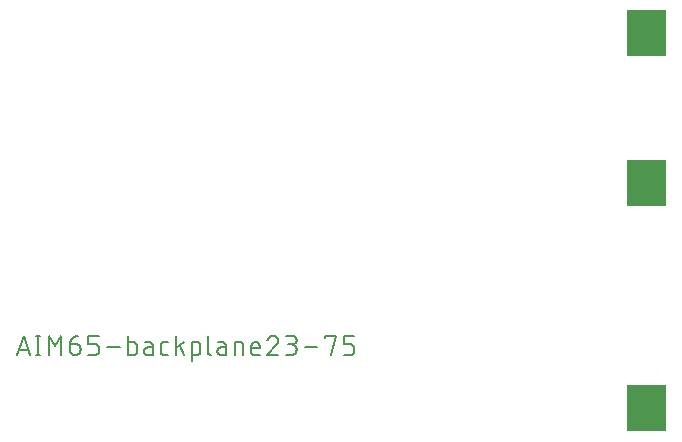
<source format=gto>
G04 EAGLE Gerber RS-274X export*
G75*
%MOMM*%
%FSLAX34Y34*%
%LPD*%
%INSilkscreen Top*%
%IPPOS*%
%AMOC8*
5,1,8,0,0,1.08239X$1,22.5*%
G01*
%ADD10C,0.152400*%

G36*
X981013Y367677D02*
X981013Y367677D01*
X981079Y367679D01*
X981122Y367697D01*
X981169Y367705D01*
X981226Y367739D01*
X981286Y367764D01*
X981321Y367795D01*
X981362Y367820D01*
X981404Y367871D01*
X981452Y367915D01*
X981474Y367957D01*
X981503Y367994D01*
X981524Y368056D01*
X981555Y368115D01*
X981563Y368169D01*
X981575Y368206D01*
X981574Y368246D01*
X981582Y368300D01*
X981582Y406400D01*
X981571Y406465D01*
X981569Y406531D01*
X981551Y406574D01*
X981543Y406621D01*
X981509Y406678D01*
X981484Y406738D01*
X981453Y406773D01*
X981428Y406814D01*
X981377Y406856D01*
X981333Y406904D01*
X981291Y406926D01*
X981254Y406955D01*
X981192Y406976D01*
X981133Y407007D01*
X981079Y407015D01*
X981042Y407027D01*
X981002Y407026D01*
X980948Y407034D01*
X949198Y407034D01*
X949133Y407023D01*
X949067Y407021D01*
X949024Y407003D01*
X948977Y406995D01*
X948920Y406961D01*
X948860Y406936D01*
X948825Y406905D01*
X948784Y406880D01*
X948743Y406829D01*
X948694Y406785D01*
X948672Y406743D01*
X948643Y406706D01*
X948622Y406644D01*
X948591Y406585D01*
X948583Y406531D01*
X948571Y406494D01*
X948572Y406454D01*
X948571Y406450D01*
X948571Y406449D01*
X948571Y406447D01*
X948564Y406400D01*
X948564Y368300D01*
X948575Y368235D01*
X948577Y368169D01*
X948595Y368126D01*
X948603Y368079D01*
X948637Y368022D01*
X948662Y367962D01*
X948693Y367927D01*
X948718Y367886D01*
X948769Y367845D01*
X948813Y367796D01*
X948855Y367774D01*
X948892Y367745D01*
X948954Y367724D01*
X949013Y367693D01*
X949067Y367685D01*
X949104Y367673D01*
X949144Y367674D01*
X949198Y367666D01*
X980948Y367666D01*
X981013Y367677D01*
G37*
G36*
X981013Y240677D02*
X981013Y240677D01*
X981079Y240679D01*
X981122Y240697D01*
X981169Y240705D01*
X981226Y240739D01*
X981286Y240764D01*
X981321Y240795D01*
X981362Y240820D01*
X981404Y240871D01*
X981452Y240915D01*
X981474Y240957D01*
X981503Y240994D01*
X981524Y241056D01*
X981555Y241115D01*
X981563Y241169D01*
X981575Y241206D01*
X981574Y241246D01*
X981582Y241300D01*
X981582Y279400D01*
X981571Y279465D01*
X981569Y279531D01*
X981551Y279574D01*
X981543Y279621D01*
X981509Y279678D01*
X981484Y279738D01*
X981453Y279773D01*
X981428Y279814D01*
X981377Y279856D01*
X981333Y279904D01*
X981291Y279926D01*
X981254Y279955D01*
X981192Y279976D01*
X981133Y280007D01*
X981079Y280015D01*
X981042Y280027D01*
X981002Y280026D01*
X980948Y280034D01*
X949198Y280034D01*
X949133Y280023D01*
X949067Y280021D01*
X949024Y280003D01*
X948977Y279995D01*
X948920Y279961D01*
X948860Y279936D01*
X948825Y279905D01*
X948784Y279880D01*
X948743Y279829D01*
X948694Y279785D01*
X948672Y279743D01*
X948643Y279706D01*
X948622Y279644D01*
X948591Y279585D01*
X948583Y279531D01*
X948571Y279494D01*
X948572Y279454D01*
X948571Y279450D01*
X948571Y279449D01*
X948571Y279447D01*
X948564Y279400D01*
X948564Y241300D01*
X948575Y241235D01*
X948577Y241169D01*
X948595Y241126D01*
X948603Y241079D01*
X948637Y241022D01*
X948662Y240962D01*
X948693Y240927D01*
X948718Y240886D01*
X948769Y240845D01*
X948813Y240796D01*
X948855Y240774D01*
X948892Y240745D01*
X948954Y240724D01*
X949013Y240693D01*
X949067Y240685D01*
X949104Y240673D01*
X949144Y240674D01*
X949198Y240666D01*
X980948Y240666D01*
X981013Y240677D01*
G37*
G36*
X981013Y50177D02*
X981013Y50177D01*
X981079Y50179D01*
X981122Y50197D01*
X981169Y50205D01*
X981226Y50239D01*
X981286Y50264D01*
X981321Y50295D01*
X981362Y50320D01*
X981404Y50371D01*
X981452Y50415D01*
X981474Y50457D01*
X981503Y50494D01*
X981524Y50556D01*
X981555Y50615D01*
X981563Y50669D01*
X981575Y50706D01*
X981574Y50746D01*
X981582Y50800D01*
X981582Y88900D01*
X981571Y88965D01*
X981569Y89031D01*
X981551Y89074D01*
X981543Y89121D01*
X981509Y89178D01*
X981484Y89238D01*
X981453Y89273D01*
X981428Y89314D01*
X981377Y89356D01*
X981333Y89404D01*
X981291Y89426D01*
X981254Y89455D01*
X981192Y89476D01*
X981133Y89507D01*
X981079Y89515D01*
X981042Y89527D01*
X981002Y89526D01*
X980948Y89534D01*
X949198Y89534D01*
X949133Y89523D01*
X949067Y89521D01*
X949024Y89503D01*
X948977Y89495D01*
X948920Y89461D01*
X948860Y89436D01*
X948825Y89405D01*
X948784Y89380D01*
X948743Y89329D01*
X948694Y89285D01*
X948672Y89243D01*
X948643Y89206D01*
X948622Y89144D01*
X948591Y89085D01*
X948583Y89031D01*
X948571Y88994D01*
X948572Y88954D01*
X948571Y88950D01*
X948571Y88949D01*
X948571Y88947D01*
X948564Y88900D01*
X948564Y50800D01*
X948575Y50735D01*
X948577Y50669D01*
X948595Y50626D01*
X948603Y50579D01*
X948637Y50522D01*
X948662Y50462D01*
X948693Y50427D01*
X948718Y50386D01*
X948769Y50345D01*
X948813Y50296D01*
X948855Y50274D01*
X948892Y50245D01*
X948954Y50224D01*
X949013Y50193D01*
X949067Y50185D01*
X949104Y50173D01*
X949144Y50174D01*
X949198Y50166D01*
X980948Y50166D01*
X981013Y50177D01*
G37*
D10*
X432562Y115062D02*
X437981Y131318D01*
X443399Y115062D01*
X442045Y119126D02*
X433917Y119126D01*
X450486Y115062D02*
X450486Y131318D01*
X448679Y115062D02*
X452292Y115062D01*
X452292Y131318D02*
X448679Y131318D01*
X459135Y131318D02*
X459135Y115062D01*
X464554Y122287D02*
X459135Y131318D01*
X464554Y122287D02*
X469972Y131318D01*
X469972Y115062D01*
X477233Y124093D02*
X482651Y124093D01*
X482769Y124091D01*
X482887Y124085D01*
X483005Y124076D01*
X483122Y124062D01*
X483239Y124045D01*
X483356Y124024D01*
X483471Y123999D01*
X483586Y123970D01*
X483700Y123937D01*
X483812Y123901D01*
X483923Y123861D01*
X484033Y123818D01*
X484142Y123771D01*
X484249Y123721D01*
X484354Y123666D01*
X484457Y123609D01*
X484558Y123548D01*
X484658Y123484D01*
X484755Y123417D01*
X484850Y123347D01*
X484942Y123273D01*
X485033Y123197D01*
X485120Y123117D01*
X485205Y123035D01*
X485287Y122950D01*
X485367Y122863D01*
X485443Y122772D01*
X485517Y122680D01*
X485587Y122585D01*
X485654Y122488D01*
X485718Y122388D01*
X485779Y122287D01*
X485836Y122184D01*
X485891Y122079D01*
X485941Y121972D01*
X485988Y121863D01*
X486031Y121753D01*
X486071Y121642D01*
X486107Y121530D01*
X486140Y121416D01*
X486169Y121301D01*
X486194Y121186D01*
X486215Y121069D01*
X486232Y120952D01*
X486246Y120835D01*
X486255Y120717D01*
X486261Y120599D01*
X486263Y120481D01*
X486264Y120481D02*
X486264Y119578D01*
X486262Y119445D01*
X486256Y119313D01*
X486246Y119181D01*
X486233Y119049D01*
X486215Y118917D01*
X486194Y118787D01*
X486169Y118656D01*
X486140Y118527D01*
X486107Y118399D01*
X486071Y118271D01*
X486031Y118145D01*
X485987Y118020D01*
X485939Y117896D01*
X485888Y117774D01*
X485833Y117653D01*
X485775Y117534D01*
X485713Y117416D01*
X485648Y117301D01*
X485579Y117187D01*
X485508Y117076D01*
X485432Y116967D01*
X485354Y116860D01*
X485273Y116755D01*
X485188Y116653D01*
X485101Y116553D01*
X485011Y116456D01*
X484918Y116361D01*
X484822Y116270D01*
X484724Y116181D01*
X484623Y116095D01*
X484519Y116012D01*
X484413Y115932D01*
X484305Y115856D01*
X484195Y115782D01*
X484082Y115712D01*
X483968Y115645D01*
X483851Y115582D01*
X483733Y115522D01*
X483613Y115465D01*
X483491Y115412D01*
X483368Y115363D01*
X483244Y115317D01*
X483118Y115275D01*
X482991Y115237D01*
X482863Y115202D01*
X482734Y115171D01*
X482605Y115144D01*
X482474Y115121D01*
X482343Y115101D01*
X482211Y115086D01*
X482079Y115074D01*
X481947Y115066D01*
X481814Y115062D01*
X481682Y115062D01*
X481549Y115066D01*
X481417Y115074D01*
X481285Y115086D01*
X481153Y115101D01*
X481022Y115121D01*
X480891Y115144D01*
X480762Y115171D01*
X480633Y115202D01*
X480505Y115237D01*
X480378Y115275D01*
X480252Y115317D01*
X480128Y115363D01*
X480005Y115412D01*
X479883Y115465D01*
X479763Y115522D01*
X479645Y115582D01*
X479528Y115645D01*
X479414Y115712D01*
X479301Y115782D01*
X479191Y115856D01*
X479083Y115932D01*
X478977Y116012D01*
X478873Y116095D01*
X478772Y116181D01*
X478674Y116270D01*
X478578Y116361D01*
X478485Y116456D01*
X478395Y116553D01*
X478308Y116653D01*
X478223Y116755D01*
X478142Y116860D01*
X478064Y116967D01*
X477988Y117076D01*
X477917Y117187D01*
X477848Y117301D01*
X477783Y117416D01*
X477721Y117534D01*
X477663Y117653D01*
X477608Y117774D01*
X477557Y117896D01*
X477509Y118020D01*
X477465Y118145D01*
X477425Y118271D01*
X477389Y118399D01*
X477356Y118527D01*
X477327Y118656D01*
X477302Y118787D01*
X477281Y118917D01*
X477263Y119049D01*
X477250Y119181D01*
X477240Y119313D01*
X477234Y119445D01*
X477232Y119578D01*
X477233Y119578D02*
X477233Y124093D01*
X477232Y124093D02*
X477234Y124270D01*
X477241Y124448D01*
X477252Y124625D01*
X477267Y124801D01*
X477286Y124977D01*
X477310Y125153D01*
X477338Y125328D01*
X477371Y125503D01*
X477408Y125676D01*
X477449Y125849D01*
X477494Y126020D01*
X477543Y126190D01*
X477597Y126359D01*
X477654Y126527D01*
X477716Y126693D01*
X477782Y126858D01*
X477852Y127021D01*
X477926Y127182D01*
X478003Y127341D01*
X478085Y127499D01*
X478171Y127654D01*
X478260Y127807D01*
X478353Y127958D01*
X478450Y128107D01*
X478550Y128253D01*
X478654Y128397D01*
X478761Y128538D01*
X478872Y128676D01*
X478986Y128812D01*
X479104Y128945D01*
X479224Y129075D01*
X479348Y129202D01*
X479475Y129326D01*
X479605Y129446D01*
X479738Y129564D01*
X479873Y129678D01*
X480012Y129789D01*
X480153Y129896D01*
X480297Y130000D01*
X480443Y130100D01*
X480592Y130197D01*
X480743Y130290D01*
X480896Y130379D01*
X481051Y130465D01*
X481209Y130547D01*
X481368Y130624D01*
X481529Y130698D01*
X481692Y130768D01*
X481857Y130834D01*
X482023Y130896D01*
X482191Y130953D01*
X482360Y131007D01*
X482530Y131056D01*
X482701Y131101D01*
X482874Y131142D01*
X483047Y131179D01*
X483222Y131212D01*
X483397Y131240D01*
X483573Y131264D01*
X483749Y131283D01*
X483925Y131298D01*
X484102Y131309D01*
X484280Y131316D01*
X484457Y131318D01*
X492864Y115062D02*
X498282Y115062D01*
X498400Y115064D01*
X498518Y115070D01*
X498636Y115079D01*
X498753Y115093D01*
X498870Y115110D01*
X498987Y115131D01*
X499102Y115156D01*
X499217Y115185D01*
X499331Y115218D01*
X499443Y115254D01*
X499554Y115294D01*
X499664Y115337D01*
X499773Y115384D01*
X499880Y115434D01*
X499985Y115489D01*
X500088Y115546D01*
X500189Y115607D01*
X500289Y115671D01*
X500386Y115738D01*
X500481Y115808D01*
X500573Y115882D01*
X500664Y115958D01*
X500751Y116038D01*
X500836Y116120D01*
X500918Y116205D01*
X500998Y116292D01*
X501074Y116383D01*
X501148Y116475D01*
X501218Y116570D01*
X501285Y116667D01*
X501349Y116767D01*
X501410Y116868D01*
X501467Y116971D01*
X501522Y117076D01*
X501572Y117183D01*
X501619Y117292D01*
X501662Y117402D01*
X501702Y117513D01*
X501738Y117625D01*
X501771Y117739D01*
X501800Y117854D01*
X501825Y117969D01*
X501846Y118086D01*
X501863Y118203D01*
X501877Y118320D01*
X501886Y118438D01*
X501892Y118556D01*
X501894Y118674D01*
X501895Y118674D02*
X501895Y120481D01*
X501894Y120481D02*
X501892Y120599D01*
X501886Y120717D01*
X501877Y120835D01*
X501863Y120952D01*
X501846Y121069D01*
X501825Y121186D01*
X501800Y121301D01*
X501771Y121416D01*
X501738Y121530D01*
X501702Y121642D01*
X501662Y121753D01*
X501619Y121863D01*
X501572Y121972D01*
X501522Y122079D01*
X501467Y122184D01*
X501410Y122287D01*
X501349Y122388D01*
X501285Y122488D01*
X501218Y122585D01*
X501148Y122680D01*
X501074Y122772D01*
X500998Y122863D01*
X500918Y122950D01*
X500836Y123035D01*
X500751Y123117D01*
X500664Y123197D01*
X500573Y123273D01*
X500481Y123347D01*
X500386Y123417D01*
X500289Y123484D01*
X500189Y123548D01*
X500088Y123609D01*
X499985Y123666D01*
X499880Y123721D01*
X499773Y123771D01*
X499664Y123818D01*
X499554Y123861D01*
X499443Y123901D01*
X499331Y123937D01*
X499217Y123970D01*
X499102Y123999D01*
X498987Y124024D01*
X498870Y124045D01*
X498753Y124062D01*
X498636Y124076D01*
X498518Y124085D01*
X498400Y124091D01*
X498282Y124093D01*
X492864Y124093D01*
X492864Y131318D01*
X501895Y131318D01*
X508634Y121384D02*
X519471Y121384D01*
X526666Y115062D02*
X526666Y131318D01*
X526666Y115062D02*
X531181Y115062D01*
X531285Y115064D01*
X531388Y115070D01*
X531492Y115080D01*
X531595Y115094D01*
X531697Y115112D01*
X531798Y115133D01*
X531899Y115159D01*
X531998Y115188D01*
X532097Y115221D01*
X532194Y115258D01*
X532289Y115299D01*
X532383Y115343D01*
X532475Y115391D01*
X532565Y115442D01*
X532654Y115497D01*
X532740Y115555D01*
X532823Y115617D01*
X532905Y115681D01*
X532983Y115749D01*
X533059Y115819D01*
X533133Y115892D01*
X533203Y115969D01*
X533271Y116047D01*
X533335Y116129D01*
X533397Y116212D01*
X533455Y116298D01*
X533510Y116387D01*
X533561Y116477D01*
X533609Y116569D01*
X533653Y116663D01*
X533694Y116758D01*
X533731Y116855D01*
X533764Y116954D01*
X533793Y117053D01*
X533819Y117154D01*
X533840Y117255D01*
X533858Y117357D01*
X533872Y117460D01*
X533882Y117564D01*
X533888Y117667D01*
X533890Y117771D01*
X533891Y117771D02*
X533891Y123190D01*
X533890Y123190D02*
X533888Y123291D01*
X533882Y123392D01*
X533873Y123493D01*
X533860Y123594D01*
X533843Y123694D01*
X533822Y123793D01*
X533798Y123891D01*
X533770Y123988D01*
X533738Y124085D01*
X533703Y124180D01*
X533664Y124273D01*
X533622Y124365D01*
X533576Y124456D01*
X533527Y124545D01*
X533475Y124631D01*
X533419Y124716D01*
X533361Y124799D01*
X533299Y124879D01*
X533234Y124957D01*
X533167Y125033D01*
X533097Y125106D01*
X533024Y125176D01*
X532948Y125243D01*
X532870Y125308D01*
X532790Y125370D01*
X532707Y125428D01*
X532622Y125484D01*
X532536Y125536D01*
X532447Y125585D01*
X532356Y125631D01*
X532264Y125673D01*
X532171Y125712D01*
X532076Y125747D01*
X531979Y125779D01*
X531882Y125807D01*
X531784Y125831D01*
X531685Y125852D01*
X531585Y125869D01*
X531484Y125882D01*
X531383Y125891D01*
X531282Y125897D01*
X531181Y125899D01*
X526666Y125899D01*
X543227Y121384D02*
X547291Y121384D01*
X543227Y121384D02*
X543115Y121382D01*
X543004Y121376D01*
X542893Y121366D01*
X542782Y121353D01*
X542672Y121335D01*
X542563Y121313D01*
X542454Y121288D01*
X542346Y121259D01*
X542240Y121226D01*
X542134Y121189D01*
X542030Y121149D01*
X541928Y121105D01*
X541827Y121057D01*
X541728Y121006D01*
X541630Y120951D01*
X541535Y120893D01*
X541442Y120832D01*
X541351Y120767D01*
X541262Y120699D01*
X541176Y120628D01*
X541093Y120555D01*
X541012Y120478D01*
X540933Y120398D01*
X540858Y120316D01*
X540786Y120231D01*
X540716Y120144D01*
X540650Y120054D01*
X540587Y119962D01*
X540527Y119867D01*
X540471Y119771D01*
X540418Y119673D01*
X540369Y119573D01*
X540323Y119471D01*
X540281Y119368D01*
X540242Y119263D01*
X540207Y119157D01*
X540176Y119050D01*
X540149Y118942D01*
X540125Y118833D01*
X540106Y118723D01*
X540090Y118613D01*
X540078Y118502D01*
X540070Y118390D01*
X540066Y118279D01*
X540066Y118167D01*
X540070Y118056D01*
X540078Y117944D01*
X540090Y117833D01*
X540106Y117723D01*
X540125Y117613D01*
X540149Y117504D01*
X540176Y117396D01*
X540207Y117289D01*
X540242Y117183D01*
X540281Y117078D01*
X540323Y116975D01*
X540369Y116873D01*
X540418Y116773D01*
X540471Y116675D01*
X540527Y116579D01*
X540587Y116484D01*
X540650Y116392D01*
X540716Y116302D01*
X540786Y116215D01*
X540858Y116130D01*
X540933Y116048D01*
X541012Y115968D01*
X541093Y115891D01*
X541176Y115818D01*
X541262Y115747D01*
X541351Y115679D01*
X541442Y115614D01*
X541535Y115553D01*
X541630Y115495D01*
X541728Y115440D01*
X541827Y115389D01*
X541928Y115341D01*
X542030Y115297D01*
X542134Y115257D01*
X542240Y115220D01*
X542346Y115187D01*
X542454Y115158D01*
X542563Y115133D01*
X542672Y115111D01*
X542782Y115093D01*
X542893Y115080D01*
X543004Y115070D01*
X543115Y115064D01*
X543227Y115062D01*
X547291Y115062D01*
X547291Y123190D01*
X547289Y123291D01*
X547283Y123392D01*
X547274Y123493D01*
X547261Y123594D01*
X547244Y123694D01*
X547223Y123793D01*
X547199Y123891D01*
X547171Y123988D01*
X547139Y124085D01*
X547104Y124180D01*
X547065Y124273D01*
X547023Y124365D01*
X546977Y124456D01*
X546928Y124545D01*
X546876Y124631D01*
X546820Y124716D01*
X546762Y124799D01*
X546700Y124879D01*
X546635Y124957D01*
X546568Y125033D01*
X546498Y125106D01*
X546425Y125176D01*
X546349Y125243D01*
X546271Y125308D01*
X546191Y125370D01*
X546108Y125428D01*
X546023Y125484D01*
X545937Y125536D01*
X545848Y125585D01*
X545757Y125631D01*
X545665Y125673D01*
X545572Y125712D01*
X545477Y125747D01*
X545380Y125779D01*
X545283Y125807D01*
X545185Y125831D01*
X545086Y125852D01*
X544986Y125869D01*
X544885Y125882D01*
X544784Y125891D01*
X544683Y125897D01*
X544582Y125899D01*
X540969Y125899D01*
X556934Y115062D02*
X560547Y115062D01*
X556934Y115062D02*
X556833Y115064D01*
X556732Y115070D01*
X556631Y115079D01*
X556530Y115092D01*
X556430Y115109D01*
X556331Y115130D01*
X556233Y115154D01*
X556136Y115182D01*
X556039Y115214D01*
X555944Y115249D01*
X555851Y115288D01*
X555759Y115330D01*
X555668Y115376D01*
X555580Y115425D01*
X555493Y115477D01*
X555408Y115533D01*
X555325Y115591D01*
X555245Y115653D01*
X555167Y115718D01*
X555091Y115785D01*
X555018Y115855D01*
X554948Y115928D01*
X554881Y116004D01*
X554816Y116082D01*
X554754Y116162D01*
X554696Y116245D01*
X554640Y116330D01*
X554588Y116417D01*
X554539Y116505D01*
X554493Y116596D01*
X554451Y116688D01*
X554412Y116781D01*
X554377Y116876D01*
X554345Y116973D01*
X554317Y117070D01*
X554293Y117168D01*
X554272Y117267D01*
X554255Y117367D01*
X554242Y117468D01*
X554233Y117569D01*
X554227Y117670D01*
X554225Y117771D01*
X554225Y123190D01*
X554227Y123291D01*
X554233Y123392D01*
X554242Y123493D01*
X554255Y123594D01*
X554272Y123694D01*
X554293Y123793D01*
X554317Y123891D01*
X554345Y123988D01*
X554377Y124085D01*
X554412Y124180D01*
X554451Y124273D01*
X554493Y124365D01*
X554539Y124456D01*
X554588Y124545D01*
X554640Y124631D01*
X554696Y124716D01*
X554754Y124799D01*
X554816Y124879D01*
X554881Y124957D01*
X554948Y125033D01*
X555018Y125106D01*
X555091Y125176D01*
X555167Y125243D01*
X555245Y125308D01*
X555325Y125370D01*
X555408Y125428D01*
X555493Y125484D01*
X555580Y125536D01*
X555668Y125585D01*
X555759Y125631D01*
X555851Y125673D01*
X555944Y125712D01*
X556039Y125747D01*
X556136Y125779D01*
X556233Y125807D01*
X556331Y125831D01*
X556430Y125852D01*
X556530Y125869D01*
X556631Y125882D01*
X556732Y125891D01*
X556833Y125897D01*
X556934Y125899D01*
X560547Y125899D01*
X566881Y131318D02*
X566881Y115062D01*
X566881Y120481D02*
X574106Y125899D01*
X570042Y122738D02*
X574106Y115062D01*
X580333Y109643D02*
X580333Y125899D01*
X584848Y125899D01*
X584952Y125897D01*
X585055Y125891D01*
X585159Y125881D01*
X585262Y125867D01*
X585364Y125849D01*
X585465Y125828D01*
X585566Y125802D01*
X585665Y125773D01*
X585764Y125740D01*
X585861Y125703D01*
X585956Y125662D01*
X586050Y125618D01*
X586142Y125570D01*
X586232Y125519D01*
X586321Y125464D01*
X586407Y125406D01*
X586490Y125344D01*
X586572Y125280D01*
X586650Y125212D01*
X586726Y125142D01*
X586800Y125069D01*
X586870Y124992D01*
X586938Y124914D01*
X587002Y124832D01*
X587064Y124749D01*
X587122Y124663D01*
X587177Y124574D01*
X587228Y124484D01*
X587276Y124392D01*
X587320Y124298D01*
X587361Y124203D01*
X587398Y124106D01*
X587431Y124007D01*
X587460Y123908D01*
X587486Y123807D01*
X587507Y123706D01*
X587525Y123604D01*
X587539Y123501D01*
X587549Y123397D01*
X587555Y123294D01*
X587557Y123190D01*
X587558Y123190D02*
X587558Y117771D01*
X587557Y117771D02*
X587555Y117670D01*
X587549Y117569D01*
X587540Y117468D01*
X587527Y117367D01*
X587510Y117267D01*
X587489Y117168D01*
X587465Y117070D01*
X587437Y116973D01*
X587405Y116876D01*
X587370Y116781D01*
X587331Y116688D01*
X587289Y116596D01*
X587243Y116505D01*
X587194Y116416D01*
X587142Y116330D01*
X587086Y116245D01*
X587028Y116162D01*
X586966Y116082D01*
X586901Y116004D01*
X586834Y115928D01*
X586764Y115855D01*
X586691Y115785D01*
X586615Y115718D01*
X586537Y115653D01*
X586457Y115591D01*
X586374Y115533D01*
X586289Y115477D01*
X586203Y115425D01*
X586114Y115376D01*
X586023Y115330D01*
X585931Y115288D01*
X585838Y115249D01*
X585743Y115214D01*
X585646Y115182D01*
X585549Y115154D01*
X585451Y115130D01*
X585352Y115109D01*
X585252Y115092D01*
X585151Y115079D01*
X585050Y115070D01*
X584949Y115064D01*
X584848Y115062D01*
X580333Y115062D01*
X594044Y117771D02*
X594044Y131318D01*
X594044Y117771D02*
X594046Y117670D01*
X594052Y117569D01*
X594061Y117468D01*
X594074Y117367D01*
X594091Y117267D01*
X594112Y117168D01*
X594136Y117070D01*
X594164Y116973D01*
X594196Y116876D01*
X594231Y116781D01*
X594270Y116688D01*
X594312Y116596D01*
X594358Y116505D01*
X594407Y116417D01*
X594459Y116330D01*
X594515Y116245D01*
X594573Y116162D01*
X594635Y116082D01*
X594700Y116004D01*
X594767Y115928D01*
X594837Y115855D01*
X594910Y115785D01*
X594986Y115718D01*
X595064Y115653D01*
X595144Y115591D01*
X595227Y115533D01*
X595312Y115477D01*
X595399Y115425D01*
X595487Y115376D01*
X595578Y115330D01*
X595670Y115288D01*
X595763Y115249D01*
X595858Y115214D01*
X595955Y115182D01*
X596052Y115154D01*
X596150Y115130D01*
X596249Y115109D01*
X596349Y115092D01*
X596450Y115079D01*
X596551Y115070D01*
X596652Y115064D01*
X596753Y115062D01*
X605231Y121384D02*
X609295Y121384D01*
X605231Y121384D02*
X605119Y121382D01*
X605008Y121376D01*
X604897Y121366D01*
X604786Y121353D01*
X604676Y121335D01*
X604567Y121313D01*
X604458Y121288D01*
X604350Y121259D01*
X604244Y121226D01*
X604138Y121189D01*
X604034Y121149D01*
X603932Y121105D01*
X603831Y121057D01*
X603732Y121006D01*
X603634Y120951D01*
X603539Y120893D01*
X603446Y120832D01*
X603355Y120767D01*
X603266Y120699D01*
X603180Y120628D01*
X603097Y120555D01*
X603016Y120478D01*
X602937Y120398D01*
X602862Y120316D01*
X602790Y120231D01*
X602720Y120144D01*
X602654Y120054D01*
X602591Y119962D01*
X602531Y119867D01*
X602475Y119771D01*
X602422Y119673D01*
X602373Y119573D01*
X602327Y119471D01*
X602285Y119368D01*
X602246Y119263D01*
X602211Y119157D01*
X602180Y119050D01*
X602153Y118942D01*
X602129Y118833D01*
X602110Y118723D01*
X602094Y118613D01*
X602082Y118502D01*
X602074Y118390D01*
X602070Y118279D01*
X602070Y118167D01*
X602074Y118056D01*
X602082Y117944D01*
X602094Y117833D01*
X602110Y117723D01*
X602129Y117613D01*
X602153Y117504D01*
X602180Y117396D01*
X602211Y117289D01*
X602246Y117183D01*
X602285Y117078D01*
X602327Y116975D01*
X602373Y116873D01*
X602422Y116773D01*
X602475Y116675D01*
X602531Y116579D01*
X602591Y116484D01*
X602654Y116392D01*
X602720Y116302D01*
X602790Y116215D01*
X602862Y116130D01*
X602937Y116048D01*
X603016Y115968D01*
X603097Y115891D01*
X603180Y115818D01*
X603266Y115747D01*
X603355Y115679D01*
X603446Y115614D01*
X603539Y115553D01*
X603634Y115495D01*
X603732Y115440D01*
X603831Y115389D01*
X603932Y115341D01*
X604034Y115297D01*
X604138Y115257D01*
X604244Y115220D01*
X604350Y115187D01*
X604458Y115158D01*
X604567Y115133D01*
X604676Y115111D01*
X604786Y115093D01*
X604897Y115080D01*
X605008Y115070D01*
X605119Y115064D01*
X605231Y115062D01*
X609295Y115062D01*
X609295Y123190D01*
X609293Y123291D01*
X609287Y123392D01*
X609278Y123493D01*
X609265Y123594D01*
X609248Y123694D01*
X609227Y123793D01*
X609203Y123891D01*
X609175Y123988D01*
X609143Y124085D01*
X609108Y124180D01*
X609069Y124273D01*
X609027Y124365D01*
X608981Y124456D01*
X608932Y124545D01*
X608880Y124631D01*
X608824Y124716D01*
X608766Y124799D01*
X608704Y124879D01*
X608639Y124957D01*
X608572Y125033D01*
X608502Y125106D01*
X608429Y125176D01*
X608353Y125243D01*
X608275Y125308D01*
X608195Y125370D01*
X608112Y125428D01*
X608027Y125484D01*
X607941Y125536D01*
X607852Y125585D01*
X607761Y125631D01*
X607669Y125673D01*
X607576Y125712D01*
X607481Y125747D01*
X607384Y125779D01*
X607287Y125807D01*
X607189Y125831D01*
X607090Y125852D01*
X606990Y125869D01*
X606889Y125882D01*
X606788Y125891D01*
X606687Y125897D01*
X606586Y125899D01*
X602973Y125899D01*
X616732Y125899D02*
X616732Y115062D01*
X616732Y125899D02*
X621248Y125899D01*
X621352Y125897D01*
X621455Y125891D01*
X621559Y125881D01*
X621662Y125867D01*
X621764Y125849D01*
X621865Y125828D01*
X621966Y125802D01*
X622065Y125773D01*
X622164Y125740D01*
X622261Y125703D01*
X622356Y125662D01*
X622450Y125618D01*
X622542Y125570D01*
X622632Y125519D01*
X622721Y125464D01*
X622807Y125406D01*
X622890Y125344D01*
X622972Y125280D01*
X623050Y125212D01*
X623126Y125142D01*
X623200Y125069D01*
X623270Y124992D01*
X623338Y124914D01*
X623402Y124832D01*
X623464Y124749D01*
X623522Y124663D01*
X623577Y124574D01*
X623628Y124484D01*
X623676Y124392D01*
X623720Y124298D01*
X623761Y124203D01*
X623798Y124106D01*
X623831Y124007D01*
X623860Y123908D01*
X623886Y123807D01*
X623907Y123706D01*
X623925Y123604D01*
X623939Y123501D01*
X623949Y123397D01*
X623955Y123294D01*
X623957Y123190D01*
X623957Y115062D01*
X633510Y115062D02*
X638025Y115062D01*
X633510Y115062D02*
X633409Y115064D01*
X633308Y115070D01*
X633207Y115079D01*
X633106Y115092D01*
X633006Y115109D01*
X632907Y115130D01*
X632809Y115154D01*
X632712Y115182D01*
X632615Y115214D01*
X632520Y115249D01*
X632427Y115288D01*
X632335Y115330D01*
X632244Y115376D01*
X632156Y115425D01*
X632069Y115477D01*
X631984Y115533D01*
X631901Y115591D01*
X631821Y115653D01*
X631743Y115718D01*
X631667Y115785D01*
X631594Y115855D01*
X631524Y115928D01*
X631457Y116004D01*
X631392Y116082D01*
X631330Y116162D01*
X631272Y116245D01*
X631216Y116330D01*
X631164Y116417D01*
X631115Y116505D01*
X631069Y116596D01*
X631027Y116688D01*
X630988Y116781D01*
X630953Y116876D01*
X630921Y116973D01*
X630893Y117070D01*
X630869Y117168D01*
X630848Y117267D01*
X630831Y117367D01*
X630818Y117468D01*
X630809Y117569D01*
X630803Y117670D01*
X630801Y117771D01*
X630801Y122287D01*
X630803Y122406D01*
X630809Y122526D01*
X630819Y122645D01*
X630833Y122763D01*
X630850Y122882D01*
X630872Y122999D01*
X630897Y123116D01*
X630927Y123231D01*
X630960Y123346D01*
X630997Y123460D01*
X631037Y123572D01*
X631082Y123683D01*
X631130Y123792D01*
X631181Y123900D01*
X631236Y124006D01*
X631295Y124110D01*
X631357Y124212D01*
X631422Y124312D01*
X631491Y124410D01*
X631563Y124506D01*
X631638Y124599D01*
X631715Y124689D01*
X631796Y124777D01*
X631880Y124862D01*
X631967Y124944D01*
X632056Y125024D01*
X632148Y125100D01*
X632242Y125174D01*
X632339Y125244D01*
X632437Y125311D01*
X632538Y125375D01*
X632642Y125435D01*
X632747Y125492D01*
X632854Y125545D01*
X632962Y125595D01*
X633072Y125641D01*
X633184Y125683D01*
X633297Y125722D01*
X633411Y125757D01*
X633526Y125788D01*
X633643Y125816D01*
X633760Y125839D01*
X633877Y125859D01*
X633996Y125875D01*
X634115Y125887D01*
X634234Y125895D01*
X634353Y125899D01*
X634473Y125899D01*
X634592Y125895D01*
X634711Y125887D01*
X634830Y125875D01*
X634949Y125859D01*
X635066Y125839D01*
X635183Y125816D01*
X635300Y125788D01*
X635415Y125757D01*
X635529Y125722D01*
X635642Y125683D01*
X635754Y125641D01*
X635864Y125595D01*
X635972Y125545D01*
X636079Y125492D01*
X636184Y125435D01*
X636288Y125375D01*
X636389Y125311D01*
X636487Y125244D01*
X636584Y125174D01*
X636678Y125100D01*
X636770Y125024D01*
X636859Y124944D01*
X636946Y124862D01*
X637030Y124777D01*
X637111Y124689D01*
X637188Y124599D01*
X637263Y124506D01*
X637335Y124410D01*
X637404Y124312D01*
X637469Y124212D01*
X637531Y124110D01*
X637590Y124006D01*
X637645Y123900D01*
X637696Y123792D01*
X637744Y123683D01*
X637789Y123572D01*
X637829Y123460D01*
X637866Y123346D01*
X637899Y123231D01*
X637929Y123116D01*
X637954Y122999D01*
X637976Y122882D01*
X637993Y122763D01*
X638007Y122645D01*
X638017Y122526D01*
X638023Y122406D01*
X638025Y122287D01*
X638025Y120481D01*
X630801Y120481D01*
X649454Y131318D02*
X649579Y131316D01*
X649704Y131310D01*
X649829Y131301D01*
X649953Y131287D01*
X650077Y131270D01*
X650201Y131249D01*
X650323Y131224D01*
X650445Y131195D01*
X650566Y131163D01*
X650686Y131127D01*
X650805Y131087D01*
X650922Y131044D01*
X651038Y130997D01*
X651153Y130946D01*
X651265Y130892D01*
X651377Y130834D01*
X651486Y130774D01*
X651593Y130709D01*
X651699Y130642D01*
X651802Y130571D01*
X651903Y130497D01*
X652002Y130420D01*
X652098Y130340D01*
X652192Y130257D01*
X652283Y130172D01*
X652372Y130083D01*
X652457Y129992D01*
X652540Y129898D01*
X652620Y129802D01*
X652697Y129703D01*
X652771Y129602D01*
X652842Y129499D01*
X652909Y129393D01*
X652974Y129286D01*
X653034Y129177D01*
X653092Y129065D01*
X653146Y128953D01*
X653197Y128838D01*
X653244Y128722D01*
X653287Y128605D01*
X653327Y128486D01*
X653363Y128366D01*
X653395Y128245D01*
X653424Y128123D01*
X653449Y128001D01*
X653470Y127877D01*
X653487Y127753D01*
X653501Y127629D01*
X653510Y127504D01*
X653516Y127379D01*
X653518Y127254D01*
X649454Y131318D02*
X649311Y131316D01*
X649169Y131310D01*
X649026Y131300D01*
X648884Y131287D01*
X648743Y131269D01*
X648601Y131248D01*
X648461Y131223D01*
X648321Y131194D01*
X648182Y131161D01*
X648044Y131124D01*
X647907Y131084D01*
X647772Y131040D01*
X647637Y130992D01*
X647504Y130940D01*
X647372Y130885D01*
X647242Y130826D01*
X647114Y130764D01*
X646987Y130698D01*
X646862Y130629D01*
X646739Y130557D01*
X646619Y130481D01*
X646500Y130402D01*
X646383Y130319D01*
X646269Y130234D01*
X646157Y130145D01*
X646048Y130054D01*
X645941Y129959D01*
X645836Y129862D01*
X645735Y129761D01*
X645636Y129658D01*
X645540Y129553D01*
X645447Y129444D01*
X645357Y129333D01*
X645270Y129220D01*
X645186Y129105D01*
X645106Y128987D01*
X645028Y128867D01*
X644954Y128745D01*
X644884Y128621D01*
X644816Y128495D01*
X644753Y128367D01*
X644692Y128238D01*
X644635Y128107D01*
X644582Y127975D01*
X644533Y127841D01*
X644487Y127706D01*
X652163Y124093D02*
X652257Y124185D01*
X652347Y124279D01*
X652435Y124376D01*
X652520Y124476D01*
X652602Y124578D01*
X652681Y124683D01*
X652756Y124790D01*
X652828Y124899D01*
X652897Y125010D01*
X652963Y125124D01*
X653025Y125239D01*
X653084Y125356D01*
X653139Y125475D01*
X653190Y125595D01*
X653238Y125717D01*
X653283Y125840D01*
X653323Y125964D01*
X653360Y126090D01*
X653393Y126217D01*
X653422Y126344D01*
X653448Y126473D01*
X653469Y126602D01*
X653487Y126732D01*
X653500Y126862D01*
X653510Y126992D01*
X653516Y127123D01*
X653518Y127254D01*
X652163Y124093D02*
X644487Y115062D01*
X653518Y115062D01*
X660118Y115062D02*
X664633Y115062D01*
X664766Y115064D01*
X664898Y115070D01*
X665030Y115080D01*
X665162Y115093D01*
X665294Y115111D01*
X665424Y115132D01*
X665555Y115157D01*
X665684Y115186D01*
X665812Y115219D01*
X665940Y115255D01*
X666066Y115295D01*
X666191Y115339D01*
X666315Y115387D01*
X666437Y115438D01*
X666558Y115493D01*
X666677Y115551D01*
X666795Y115613D01*
X666910Y115678D01*
X667024Y115747D01*
X667135Y115818D01*
X667244Y115894D01*
X667351Y115972D01*
X667456Y116053D01*
X667558Y116138D01*
X667658Y116225D01*
X667755Y116315D01*
X667850Y116408D01*
X667941Y116504D01*
X668030Y116602D01*
X668116Y116703D01*
X668199Y116807D01*
X668279Y116913D01*
X668355Y117021D01*
X668429Y117131D01*
X668499Y117244D01*
X668566Y117358D01*
X668629Y117475D01*
X668689Y117593D01*
X668746Y117713D01*
X668799Y117835D01*
X668848Y117958D01*
X668894Y118082D01*
X668936Y118208D01*
X668974Y118335D01*
X669009Y118463D01*
X669040Y118592D01*
X669067Y118721D01*
X669090Y118852D01*
X669110Y118983D01*
X669125Y119115D01*
X669137Y119247D01*
X669145Y119379D01*
X669149Y119512D01*
X669149Y119644D01*
X669145Y119777D01*
X669137Y119909D01*
X669125Y120041D01*
X669110Y120173D01*
X669090Y120304D01*
X669067Y120435D01*
X669040Y120564D01*
X669009Y120693D01*
X668974Y120821D01*
X668936Y120948D01*
X668894Y121074D01*
X668848Y121198D01*
X668799Y121321D01*
X668746Y121443D01*
X668689Y121563D01*
X668629Y121681D01*
X668566Y121798D01*
X668499Y121912D01*
X668429Y122025D01*
X668355Y122135D01*
X668279Y122243D01*
X668199Y122349D01*
X668116Y122453D01*
X668030Y122554D01*
X667941Y122652D01*
X667850Y122748D01*
X667755Y122841D01*
X667658Y122931D01*
X667558Y123018D01*
X667456Y123103D01*
X667351Y123184D01*
X667244Y123262D01*
X667135Y123338D01*
X667024Y123409D01*
X666910Y123478D01*
X666795Y123543D01*
X666677Y123605D01*
X666558Y123663D01*
X666437Y123718D01*
X666315Y123769D01*
X666191Y123817D01*
X666066Y123861D01*
X665940Y123901D01*
X665812Y123937D01*
X665684Y123970D01*
X665555Y123999D01*
X665424Y124024D01*
X665294Y124045D01*
X665162Y124063D01*
X665030Y124076D01*
X664898Y124086D01*
X664766Y124092D01*
X664633Y124094D01*
X665536Y131318D02*
X660118Y131318D01*
X665536Y131318D02*
X665655Y131316D01*
X665775Y131310D01*
X665894Y131300D01*
X666012Y131286D01*
X666131Y131269D01*
X666248Y131247D01*
X666365Y131222D01*
X666480Y131192D01*
X666595Y131159D01*
X666709Y131122D01*
X666821Y131082D01*
X666932Y131037D01*
X667041Y130989D01*
X667149Y130938D01*
X667255Y130883D01*
X667359Y130824D01*
X667461Y130762D01*
X667561Y130697D01*
X667659Y130628D01*
X667755Y130556D01*
X667848Y130481D01*
X667938Y130404D01*
X668026Y130323D01*
X668111Y130239D01*
X668193Y130152D01*
X668273Y130063D01*
X668349Y129971D01*
X668423Y129877D01*
X668493Y129780D01*
X668560Y129682D01*
X668624Y129581D01*
X668684Y129477D01*
X668741Y129372D01*
X668794Y129265D01*
X668844Y129157D01*
X668890Y129047D01*
X668932Y128935D01*
X668971Y128822D01*
X669006Y128708D01*
X669037Y128593D01*
X669065Y128476D01*
X669088Y128359D01*
X669108Y128242D01*
X669124Y128123D01*
X669136Y128004D01*
X669144Y127885D01*
X669148Y127766D01*
X669148Y127646D01*
X669144Y127527D01*
X669136Y127408D01*
X669124Y127289D01*
X669108Y127170D01*
X669088Y127053D01*
X669065Y126936D01*
X669037Y126819D01*
X669006Y126704D01*
X668971Y126590D01*
X668932Y126477D01*
X668890Y126365D01*
X668844Y126255D01*
X668794Y126147D01*
X668741Y126040D01*
X668684Y125935D01*
X668624Y125831D01*
X668560Y125730D01*
X668493Y125632D01*
X668423Y125535D01*
X668349Y125441D01*
X668273Y125349D01*
X668193Y125260D01*
X668111Y125173D01*
X668026Y125089D01*
X667938Y125008D01*
X667848Y124931D01*
X667755Y124856D01*
X667659Y124784D01*
X667561Y124715D01*
X667461Y124650D01*
X667359Y124588D01*
X667255Y124529D01*
X667149Y124474D01*
X667041Y124423D01*
X666932Y124375D01*
X666821Y124330D01*
X666709Y124290D01*
X666595Y124253D01*
X666480Y124220D01*
X666365Y124190D01*
X666248Y124165D01*
X666131Y124143D01*
X666012Y124126D01*
X665894Y124112D01*
X665775Y124102D01*
X665655Y124096D01*
X665536Y124094D01*
X665536Y124093D02*
X661924Y124093D01*
X675888Y121384D02*
X686725Y121384D01*
X693464Y129512D02*
X693464Y131318D01*
X702496Y131318D01*
X697980Y115062D01*
X709096Y115062D02*
X714514Y115062D01*
X714632Y115064D01*
X714750Y115070D01*
X714868Y115079D01*
X714985Y115093D01*
X715102Y115110D01*
X715219Y115131D01*
X715334Y115156D01*
X715449Y115185D01*
X715563Y115218D01*
X715675Y115254D01*
X715786Y115294D01*
X715896Y115337D01*
X716005Y115384D01*
X716112Y115434D01*
X716217Y115489D01*
X716320Y115546D01*
X716421Y115607D01*
X716521Y115671D01*
X716618Y115738D01*
X716713Y115808D01*
X716805Y115882D01*
X716896Y115958D01*
X716983Y116038D01*
X717068Y116120D01*
X717150Y116205D01*
X717230Y116292D01*
X717306Y116383D01*
X717380Y116475D01*
X717450Y116570D01*
X717517Y116667D01*
X717581Y116767D01*
X717642Y116868D01*
X717699Y116971D01*
X717754Y117076D01*
X717804Y117183D01*
X717851Y117292D01*
X717894Y117402D01*
X717934Y117513D01*
X717970Y117625D01*
X718003Y117739D01*
X718032Y117854D01*
X718057Y117969D01*
X718078Y118086D01*
X718095Y118203D01*
X718109Y118320D01*
X718118Y118438D01*
X718124Y118556D01*
X718126Y118674D01*
X718127Y118674D02*
X718127Y120481D01*
X718126Y120481D02*
X718124Y120599D01*
X718118Y120717D01*
X718109Y120835D01*
X718095Y120952D01*
X718078Y121069D01*
X718057Y121186D01*
X718032Y121301D01*
X718003Y121416D01*
X717970Y121530D01*
X717934Y121642D01*
X717894Y121753D01*
X717851Y121863D01*
X717804Y121972D01*
X717754Y122079D01*
X717699Y122184D01*
X717642Y122287D01*
X717581Y122388D01*
X717517Y122488D01*
X717450Y122585D01*
X717380Y122680D01*
X717306Y122772D01*
X717230Y122863D01*
X717150Y122950D01*
X717068Y123035D01*
X716983Y123117D01*
X716896Y123197D01*
X716805Y123273D01*
X716713Y123347D01*
X716618Y123417D01*
X716521Y123484D01*
X716421Y123548D01*
X716320Y123609D01*
X716217Y123666D01*
X716112Y123721D01*
X716005Y123771D01*
X715896Y123818D01*
X715786Y123861D01*
X715675Y123901D01*
X715563Y123937D01*
X715449Y123970D01*
X715334Y123999D01*
X715219Y124024D01*
X715102Y124045D01*
X714985Y124062D01*
X714868Y124076D01*
X714750Y124085D01*
X714632Y124091D01*
X714514Y124093D01*
X709096Y124093D01*
X709096Y131318D01*
X718127Y131318D01*
M02*

</source>
